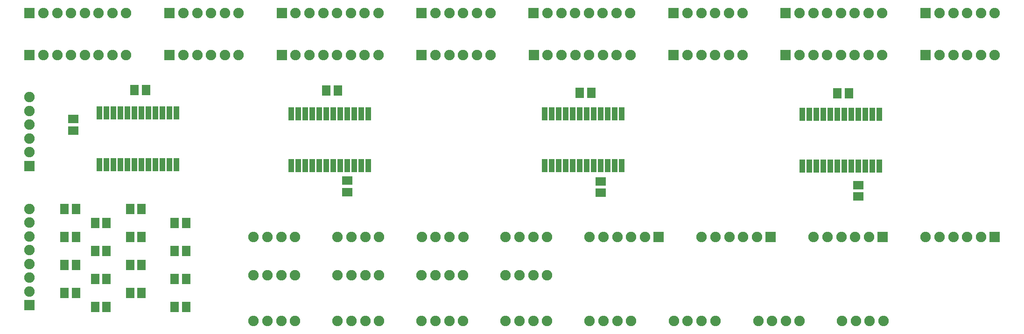
<source format=gts>
G04 #@! TF.FileFunction,Soldermask,Top*
%FSLAX46Y46*%
G04 Gerber Fmt 4.6, Leading zero omitted, Abs format (unit mm)*
G04 Created by KiCad (PCBNEW 4.0.7) date 01/22/18 21:40:53*
%MOMM*%
%LPD*%
G01*
G04 APERTURE LIST*
%ADD10C,0.100000*%
%ADD11R,1.000000X2.400000*%
%ADD12R,1.545000X1.900000*%
%ADD13R,1.900000X1.900000*%
%ADD14C,1.900000*%
%ADD15R,1.900000X1.545000*%
G04 APERTURE END LIST*
D10*
D11*
X69342000Y-86869000D03*
X70612000Y-86869000D03*
X71882000Y-86869000D03*
X73152000Y-86869000D03*
X74422000Y-86869000D03*
X75692000Y-86869000D03*
X76962000Y-86869000D03*
X78232000Y-86869000D03*
X79502000Y-86869000D03*
X80772000Y-86869000D03*
X82042000Y-86869000D03*
X83312000Y-86869000D03*
X83312000Y-77469000D03*
X82042000Y-77469000D03*
X80772000Y-77469000D03*
X79502000Y-77469000D03*
X78232000Y-77469000D03*
X76962000Y-77469000D03*
X75692000Y-77469000D03*
X74422000Y-77469000D03*
X73152000Y-77469000D03*
X71882000Y-77469000D03*
X70612000Y-77469000D03*
X69342000Y-77469000D03*
X104140000Y-86997000D03*
X105410000Y-86997000D03*
X106680000Y-86997000D03*
X107950000Y-86997000D03*
X109220000Y-86997000D03*
X110490000Y-86997000D03*
X111760000Y-86997000D03*
X113030000Y-86997000D03*
X114300000Y-86997000D03*
X115570000Y-86997000D03*
X116840000Y-86997000D03*
X118110000Y-86997000D03*
X118110000Y-77597000D03*
X116840000Y-77597000D03*
X115570000Y-77597000D03*
X114300000Y-77597000D03*
X113030000Y-77597000D03*
X111760000Y-77597000D03*
X110490000Y-77597000D03*
X109220000Y-77597000D03*
X107950000Y-77597000D03*
X106680000Y-77597000D03*
X105410000Y-77597000D03*
X104140000Y-77597000D03*
X150114000Y-86997000D03*
X151384000Y-86997000D03*
X152654000Y-86997000D03*
X153924000Y-86997000D03*
X155194000Y-86997000D03*
X156464000Y-86997000D03*
X157734000Y-86997000D03*
X159004000Y-86997000D03*
X160274000Y-86997000D03*
X161544000Y-86997000D03*
X162814000Y-86997000D03*
X164084000Y-86997000D03*
X164084000Y-77597000D03*
X162814000Y-77597000D03*
X161544000Y-77597000D03*
X160274000Y-77597000D03*
X159004000Y-77597000D03*
X157734000Y-77597000D03*
X156464000Y-77597000D03*
X155194000Y-77597000D03*
X153924000Y-77597000D03*
X152654000Y-77597000D03*
X151384000Y-77597000D03*
X150114000Y-77597000D03*
X196850000Y-87124000D03*
X198120000Y-87124000D03*
X199390000Y-87124000D03*
X200660000Y-87124000D03*
X201930000Y-87124000D03*
X203200000Y-87124000D03*
X204470000Y-87124000D03*
X205740000Y-87124000D03*
X207010000Y-87124000D03*
X208280000Y-87124000D03*
X209550000Y-87124000D03*
X210820000Y-87124000D03*
X210820000Y-77724000D03*
X209550000Y-77724000D03*
X208280000Y-77724000D03*
X207010000Y-77724000D03*
X205740000Y-77724000D03*
X204470000Y-77724000D03*
X203200000Y-77724000D03*
X201930000Y-77724000D03*
X200660000Y-77724000D03*
X199390000Y-77724000D03*
X198120000Y-77724000D03*
X196850000Y-77724000D03*
D12*
X82952000Y-112649000D03*
X85037000Y-112649000D03*
D13*
X82042000Y-59309000D03*
D14*
X84542000Y-59309000D03*
X87042000Y-59309000D03*
X89542000Y-59309000D03*
X92042000Y-59309000D03*
X94542000Y-59309000D03*
D13*
X82042000Y-66929000D03*
D14*
X84542000Y-66929000D03*
X87042000Y-66929000D03*
X89542000Y-66929000D03*
X92042000Y-66929000D03*
X94542000Y-66929000D03*
D12*
X74877000Y-110109000D03*
X76962000Y-110109000D03*
X82952000Y-107569000D03*
X85037000Y-107569000D03*
X74877000Y-105029000D03*
X76962000Y-105029000D03*
X82952000Y-102489000D03*
X85037000Y-102489000D03*
X74877000Y-99949000D03*
X76962000Y-99949000D03*
X82952000Y-97409000D03*
X85037000Y-97409000D03*
X74877000Y-94869000D03*
X76962000Y-94869000D03*
X203200000Y-73914000D03*
X205285000Y-73914000D03*
X156464000Y-73787000D03*
X158549000Y-73787000D03*
X110490000Y-73406000D03*
X112575000Y-73406000D03*
X75692000Y-73279000D03*
X77777000Y-73279000D03*
D13*
X219202000Y-66929000D03*
D14*
X221702000Y-66929000D03*
X224202000Y-66929000D03*
X226702000Y-66929000D03*
X229202000Y-66929000D03*
X231702000Y-66929000D03*
D13*
X193802000Y-66929000D03*
D14*
X196302000Y-66929000D03*
X198802000Y-66929000D03*
X201302000Y-66929000D03*
X203802000Y-66929000D03*
X206302000Y-66929000D03*
X208802000Y-66929000D03*
X211302000Y-66929000D03*
D13*
X173482000Y-66929000D03*
D14*
X175982000Y-66929000D03*
X178482000Y-66929000D03*
X180982000Y-66929000D03*
X183482000Y-66929000D03*
X185982000Y-66929000D03*
D13*
X148122000Y-66929000D03*
D14*
X150622000Y-66929000D03*
X153122000Y-66929000D03*
X155622000Y-66929000D03*
X158122000Y-66929000D03*
X160622000Y-66929000D03*
X163122000Y-66929000D03*
X165622000Y-66929000D03*
D13*
X127762000Y-66929000D03*
D14*
X130262000Y-66929000D03*
X132762000Y-66929000D03*
X135262000Y-66929000D03*
X137762000Y-66929000D03*
X140262000Y-66929000D03*
D13*
X102402000Y-66929000D03*
D14*
X104902000Y-66929000D03*
X107402000Y-66929000D03*
X109902000Y-66929000D03*
X112402000Y-66929000D03*
X114902000Y-66929000D03*
X117402000Y-66929000D03*
X119902000Y-66929000D03*
D13*
X56642000Y-66929000D03*
D14*
X59142000Y-66929000D03*
X61642000Y-66929000D03*
X64142000Y-66929000D03*
X66642000Y-66929000D03*
X69142000Y-66929000D03*
X71642000Y-66929000D03*
X74142000Y-66929000D03*
D13*
X231702000Y-99949000D03*
D14*
X229202000Y-99949000D03*
X226702000Y-99949000D03*
X224202000Y-99949000D03*
X221702000Y-99949000D03*
X219202000Y-99949000D03*
D13*
X211382000Y-99949000D03*
D14*
X208882000Y-99949000D03*
X206382000Y-99949000D03*
X203882000Y-99949000D03*
X201382000Y-99949000D03*
X198882000Y-99949000D03*
D13*
X191062000Y-99949000D03*
D14*
X188562000Y-99949000D03*
X186062000Y-99949000D03*
X183562000Y-99949000D03*
X181062000Y-99949000D03*
X178562000Y-99949000D03*
D13*
X170742000Y-99949000D03*
D14*
X168242000Y-99949000D03*
X165742000Y-99949000D03*
X163242000Y-99949000D03*
X160742000Y-99949000D03*
X158242000Y-99949000D03*
D13*
X56642000Y-87089000D03*
D14*
X56642000Y-84589000D03*
X56642000Y-82089000D03*
X56642000Y-79589000D03*
X56642000Y-77089000D03*
X56642000Y-74589000D03*
X150502000Y-106934000D03*
X148002000Y-106934000D03*
X145502000Y-106934000D03*
X143002000Y-106934000D03*
X135262000Y-106934000D03*
X132762000Y-106934000D03*
X130262000Y-106934000D03*
X127762000Y-106934000D03*
X120022000Y-106934000D03*
X117522000Y-106934000D03*
X115022000Y-106934000D03*
X112522000Y-106934000D03*
X104782000Y-106934000D03*
X102282000Y-106934000D03*
X99782000Y-106934000D03*
X97282000Y-106934000D03*
X150502000Y-99949000D03*
X148002000Y-99949000D03*
X145502000Y-99949000D03*
X143002000Y-99949000D03*
X135302000Y-99949000D03*
X132802000Y-99949000D03*
X130302000Y-99949000D03*
X127802000Y-99949000D03*
X104782000Y-99949000D03*
X102282000Y-99949000D03*
X99782000Y-99949000D03*
X97282000Y-99949000D03*
D13*
X56642000Y-112369000D03*
D14*
X56642000Y-109869000D03*
X56642000Y-107369000D03*
X56642000Y-104869000D03*
X56642000Y-102369000D03*
X56642000Y-99869000D03*
X56642000Y-97369000D03*
X56642000Y-94869000D03*
X211542000Y-115189000D03*
X209042000Y-115189000D03*
X206542000Y-115189000D03*
X204042000Y-115189000D03*
X196342000Y-115189000D03*
X193842000Y-115189000D03*
X191342000Y-115189000D03*
X188842000Y-115189000D03*
X181022000Y-115189000D03*
X178522000Y-115189000D03*
X176022000Y-115189000D03*
X173522000Y-115189000D03*
X165742000Y-115189000D03*
X163242000Y-115189000D03*
X160742000Y-115189000D03*
X158242000Y-115189000D03*
X150502000Y-115189000D03*
X148002000Y-115189000D03*
X145502000Y-115189000D03*
X143002000Y-115189000D03*
X135262000Y-115189000D03*
X132762000Y-115189000D03*
X130262000Y-115189000D03*
X127762000Y-115189000D03*
X120022000Y-115189000D03*
X117522000Y-115189000D03*
X115022000Y-115189000D03*
X112522000Y-115189000D03*
X104782000Y-115189000D03*
X102282000Y-115189000D03*
X99782000Y-115189000D03*
X97282000Y-115189000D03*
D13*
X219202000Y-59309000D03*
D14*
X221702000Y-59309000D03*
X224202000Y-59309000D03*
X226702000Y-59309000D03*
X229202000Y-59309000D03*
X231702000Y-59309000D03*
D13*
X193802000Y-59309000D03*
D14*
X196302000Y-59309000D03*
X198802000Y-59309000D03*
X201302000Y-59309000D03*
X203802000Y-59309000D03*
X206302000Y-59309000D03*
X208802000Y-59309000D03*
X211302000Y-59309000D03*
D13*
X173482000Y-59309000D03*
D14*
X175982000Y-59309000D03*
X178482000Y-59309000D03*
X180982000Y-59309000D03*
X183482000Y-59309000D03*
X185982000Y-59309000D03*
D13*
X148082000Y-59309000D03*
D14*
X150582000Y-59309000D03*
X153082000Y-59309000D03*
X155582000Y-59309000D03*
X158082000Y-59309000D03*
X160582000Y-59309000D03*
X163082000Y-59309000D03*
X165582000Y-59309000D03*
D13*
X127762000Y-59309000D03*
D14*
X130262000Y-59309000D03*
X132762000Y-59309000D03*
X135262000Y-59309000D03*
X137762000Y-59309000D03*
X140262000Y-59309000D03*
D13*
X102402000Y-59309000D03*
D14*
X104902000Y-59309000D03*
X107402000Y-59309000D03*
X109902000Y-59309000D03*
X112402000Y-59309000D03*
X114902000Y-59309000D03*
X117402000Y-59309000D03*
X119902000Y-59309000D03*
D13*
X56642000Y-59309000D03*
D14*
X59142000Y-59309000D03*
X61642000Y-59309000D03*
X64142000Y-59309000D03*
X66642000Y-59309000D03*
X69142000Y-59309000D03*
X71642000Y-59309000D03*
X74142000Y-59309000D03*
D15*
X207010000Y-92636000D03*
X207010000Y-90551000D03*
X160274000Y-91948000D03*
X160274000Y-89863000D03*
X114300000Y-91821000D03*
X114300000Y-89736000D03*
X64600000Y-80642500D03*
X64600000Y-78557500D03*
D12*
X68527000Y-112649000D03*
X70612000Y-112649000D03*
X62992000Y-110109000D03*
X65077000Y-110109000D03*
X68527000Y-107569000D03*
X70612000Y-107569000D03*
X62992000Y-105029000D03*
X65077000Y-105029000D03*
X68527000Y-102489000D03*
X70612000Y-102489000D03*
X62992000Y-99949000D03*
X65077000Y-99949000D03*
X62992000Y-94869000D03*
X65077000Y-94869000D03*
X68527000Y-97409000D03*
X70612000Y-97409000D03*
D14*
X120022000Y-99949000D03*
X117522000Y-99949000D03*
X115022000Y-99949000D03*
X112522000Y-99949000D03*
M02*

</source>
